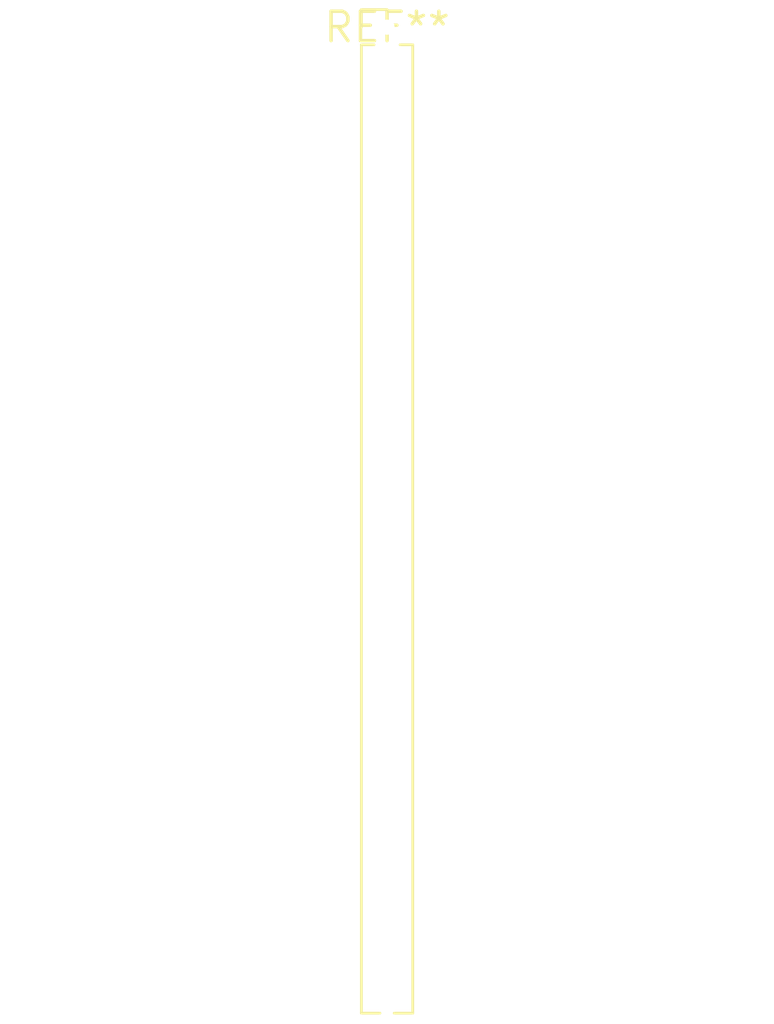
<source format=kicad_pcb>
(kicad_pcb (version 20240108) (generator pcbnew)
  (layers (0 "F.Cu" signal) (31 "B.Cu" signal) (34 "B.Paste" user) (35 "F.Paste" user) (36 "B.SilkS" user "B.Silkscreen") (37 "F.SilkS" user "F.Silkscreen") (38 "B.Mask" user) (39 "F.Mask" user) (44 "Edge.Cuts" user))
  (net 0 "")
  (footprint "PinHeader_1x34_P1.27mm_Vertical" (layer "F.Cu") (at 0 0)
    (property "Reference" "REF**")
    (property "Value" "PinHeader_1x34_P1.27mm_Vertical")
    (fp_line (start -1.11 -0.76) (end 0 -0.76) (layer "F.SilkS") (stroke (width 0.12)))
    (fp_line (start -1.11 0) (end -1.11 -0.76) (layer "F.SilkS") (stroke (width 0.12)))
    (fp_line (start -1.11 0.76) (end -1.11 42.605) (layer "F.SilkS") (stroke (width 0.12)))
    (fp_line (start -1.11 0.76) (end -0.563471 0.76) (layer "F.SilkS") (stroke (width 0.12)))
    (fp_line (start -1.11 42.605) (end -0.30753 42.605) (layer "F.SilkS") (stroke (width 0.12)))
    (fp_line (start 0.30753 42.605) (end 1.11 42.605) (layer "F.SilkS") (stroke (width 0.12)))
    (fp_line (start 0.563471 0.76) (end 1.11 0.76) (layer "F.SilkS") (stroke (width 0.12)))
    (fp_line (start 1.11 0.76) (end 1.11 42.605) (layer "F.SilkS") (stroke (width 0.12)))
    (pad "1" thru_hole rect (at 0 0) (size 1 1) (drill 0.65) (layers *.Cu *.Mask) (remove_unused_layers))
    (pad "2" thru_hole oval (at 0 1.27) (size 1 1) (drill 0.65) (layers *.Cu *.Mask) (remove_unused_layers))
    (pad "3" thru_hole oval (at 0 2.54) (size 1 1) (drill 0.65) (layers *.Cu *.Mask) (remove_unused_layers))
    (pad "4" thru_hole oval (at 0 3.81) (size 1 1) (drill 0.65) (layers *.Cu *.Mask) (remove_unused_layers))
    (pad "5" thru_hole oval (at 0 5.08) (size 1 1) (drill 0.65) (layers *.Cu *.Mask) (remove_unused_layers))
    (pad "6" thru_hole oval (at 0 6.35) (size 1 1) (drill 0.65) (layers *.Cu *.Mask) (remove_unused_layers))
    (pad "7" thru_hole oval (at 0 7.62) (size 1 1) (drill 0.65) (layers *.Cu *.Mask) (remove_unused_layers))
    (pad "8" thru_hole oval (at 0 8.89) (size 1 1) (drill 0.65) (layers *.Cu *.Mask) (remove_unused_layers))
    (pad "9" thru_hole oval (at 0 10.16) (size 1 1) (drill 0.65) (layers *.Cu *.Mask) (remove_unused_layers))
    (pad "10" thru_hole oval (at 0 11.43) (size 1 1) (drill 0.65) (layers *.Cu *.Mask) (remove_unused_layers))
    (pad "11" thru_hole oval (at 0 12.7) (size 1 1) (drill 0.65) (layers *.Cu *.Mask) (remove_unused_layers))
    (pad "12" thru_hole oval (at 0 13.97) (size 1 1) (drill 0.65) (layers *.Cu *.Mask) (remove_unused_layers))
    (pad "13" thru_hole oval (at 0 15.24) (size 1 1) (drill 0.65) (layers *.Cu *.Mask) (remove_unused_layers))
    (pad "14" thru_hole oval (at 0 16.51) (size 1 1) (drill 0.65) (layers *.Cu *.Mask) (remove_unused_layers))
    (pad "15" thru_hole oval (at 0 17.78) (size 1 1) (drill 0.65) (layers *.Cu *.Mask) (remove_unused_layers))
    (pad "16" thru_hole oval (at 0 19.05) (size 1 1) (drill 0.65) (layers *.Cu *.Mask) (remove_unused_layers))
    (pad "17" thru_hole oval (at 0 20.32) (size 1 1) (drill 0.65) (layers *.Cu *.Mask) (remove_unused_layers))
    (pad "18" thru_hole oval (at 0 21.59) (size 1 1) (drill 0.65) (layers *.Cu *.Mask) (remove_unused_layers))
    (pad "19" thru_hole oval (at 0 22.86) (size 1 1) (drill 0.65) (layers *.Cu *.Mask) (remove_unused_layers))
    (pad "20" thru_hole oval (at 0 24.13) (size 1 1) (drill 0.65) (layers *.Cu *.Mask) (remove_unused_layers))
    (pad "21" thru_hole oval (at 0 25.4) (size 1 1) (drill 0.65) (layers *.Cu *.Mask) (remove_unused_layers))
    (pad "22" thru_hole oval (at 0 26.67) (size 1 1) (drill 0.65) (layers *.Cu *.Mask) (remove_unused_layers))
    (pad "23" thru_hole oval (at 0 27.94) (size 1 1) (drill 0.65) (layers *.Cu *.Mask) (remove_unused_layers))
    (pad "24" thru_hole oval (at 0 29.21) (size 1 1) (drill 0.65) (layers *.Cu *.Mask) (remove_unused_layers))
    (pad "25" thru_hole oval (at 0 30.48) (size 1 1) (drill 0.65) (layers *.Cu *.Mask) (remove_unused_layers))
    (pad "26" thru_hole oval (at 0 31.75) (size 1 1) (drill 0.65) (layers *.Cu *.Mask) (remove_unused_layers))
    (pad "27" thru_hole oval (at 0 33.02) (size 1 1) (drill 0.65) (layers *.Cu *.Mask) (remove_unused_layers))
    (pad "28" thru_hole oval (at 0 34.29) (size 1 1) (drill 0.65) (layers *.Cu *.Mask) (remove_unused_layers))
    (pad "29" thru_hole oval (at 0 35.56) (size 1 1) (drill 0.65) (layers *.Cu *.Mask) (remove_unused_layers))
    (pad "30" thru_hole oval (at 0 36.83) (size 1 1) (drill 0.65) (layers *.Cu *.Mask) (remove_unused_layers))
    (pad "31" thru_hole oval (at 0 38.1) (size 1 1) (drill 0.65) (layers *.Cu *.Mask) (remove_unused_layers))
    (pad "32" thru_hole oval (at 0 39.37) (size 1 1) (drill 0.65) (layers *.Cu *.Mask) (remove_unused_layers))
    (pad "33" thru_hole oval (at 0 40.64) (size 1 1) (drill 0.65) (layers *.Cu *.Mask) (remove_unused_layers))
    (pad "34" thru_hole oval (at 0 41.91) (size 1 1) (drill 0.65) (layers *.Cu *.Mask) (remove_unused_layers))
  )
)
</source>
